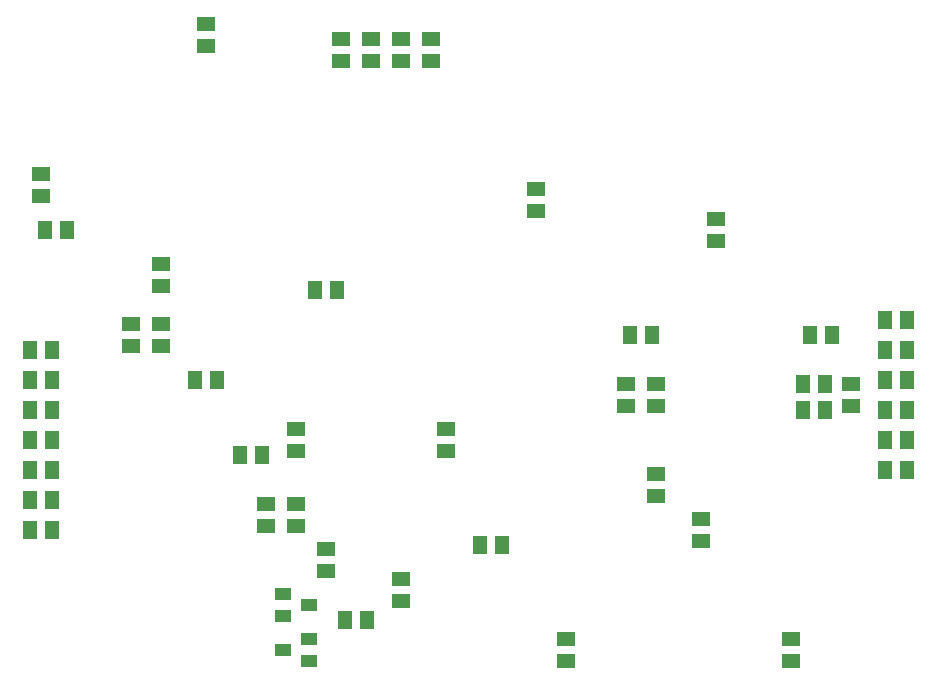
<source format=gtp>
G75*
%MOIN*%
%OFA0B0*%
%FSLAX25Y25*%
%IPPOS*%
%LPD*%
%AMOC8*
5,1,8,0,0,1.08239X$1,22.5*
%
%ADD10R,0.05906X0.05118*%
%ADD11R,0.05118X0.05906*%
%ADD12R,0.05512X0.03937*%
D10*
X0171500Y0179766D03*
X0171500Y0187246D03*
X0146500Y0189766D03*
X0146500Y0197246D03*
X0136500Y0204766D03*
X0136500Y0212246D03*
X0126500Y0212246D03*
X0126500Y0204766D03*
X0136500Y0229766D03*
X0136500Y0237246D03*
X0091500Y0264766D03*
X0091500Y0272246D03*
X0081500Y0272246D03*
X0081500Y0264766D03*
X0091500Y0284766D03*
X0091500Y0292246D03*
X0051500Y0314766D03*
X0051500Y0322246D03*
X0106500Y0364766D03*
X0106500Y0372246D03*
X0151500Y0367246D03*
X0151500Y0359766D03*
X0161500Y0359766D03*
X0161500Y0367246D03*
X0171500Y0367246D03*
X0171500Y0359766D03*
X0181500Y0359766D03*
X0181500Y0367246D03*
X0216500Y0317246D03*
X0216500Y0309766D03*
X0276500Y0307246D03*
X0276500Y0299766D03*
X0256500Y0252246D03*
X0256500Y0244766D03*
X0246500Y0244766D03*
X0246500Y0252246D03*
X0256500Y0222246D03*
X0256500Y0214766D03*
X0271500Y0207246D03*
X0271500Y0199766D03*
X0301500Y0167246D03*
X0301500Y0159766D03*
X0226500Y0159766D03*
X0226500Y0167246D03*
X0186500Y0229766D03*
X0186500Y0237246D03*
X0321500Y0244766D03*
X0321500Y0252246D03*
D11*
X0312740Y0252006D03*
X0305260Y0252006D03*
X0305260Y0243506D03*
X0312740Y0243506D03*
X0332760Y0243506D03*
X0340240Y0243506D03*
X0340240Y0253506D03*
X0332760Y0253506D03*
X0332760Y0263506D03*
X0340240Y0263506D03*
X0340240Y0273506D03*
X0332760Y0273506D03*
X0315240Y0268506D03*
X0307760Y0268506D03*
X0332760Y0233506D03*
X0340240Y0233506D03*
X0340240Y0223506D03*
X0332760Y0223506D03*
X0255240Y0268506D03*
X0247760Y0268506D03*
X0205240Y0198506D03*
X0197760Y0198506D03*
X0160240Y0173506D03*
X0152760Y0173506D03*
X0125240Y0228506D03*
X0117760Y0228506D03*
X0110240Y0253506D03*
X0102760Y0253506D03*
X0142760Y0283506D03*
X0150240Y0283506D03*
X0060240Y0303506D03*
X0052760Y0303506D03*
X0055240Y0263506D03*
X0047760Y0263506D03*
X0047760Y0253506D03*
X0055240Y0253506D03*
X0055240Y0243506D03*
X0047760Y0243506D03*
X0047760Y0233506D03*
X0055240Y0233506D03*
X0055240Y0223506D03*
X0047760Y0223506D03*
X0047760Y0213506D03*
X0055240Y0213506D03*
X0055240Y0203506D03*
X0047760Y0203506D03*
D12*
X0140831Y0159766D03*
X0140831Y0167246D03*
X0132169Y0163506D03*
X0132169Y0174766D03*
X0132169Y0182246D03*
X0140831Y0178506D03*
M02*

</source>
